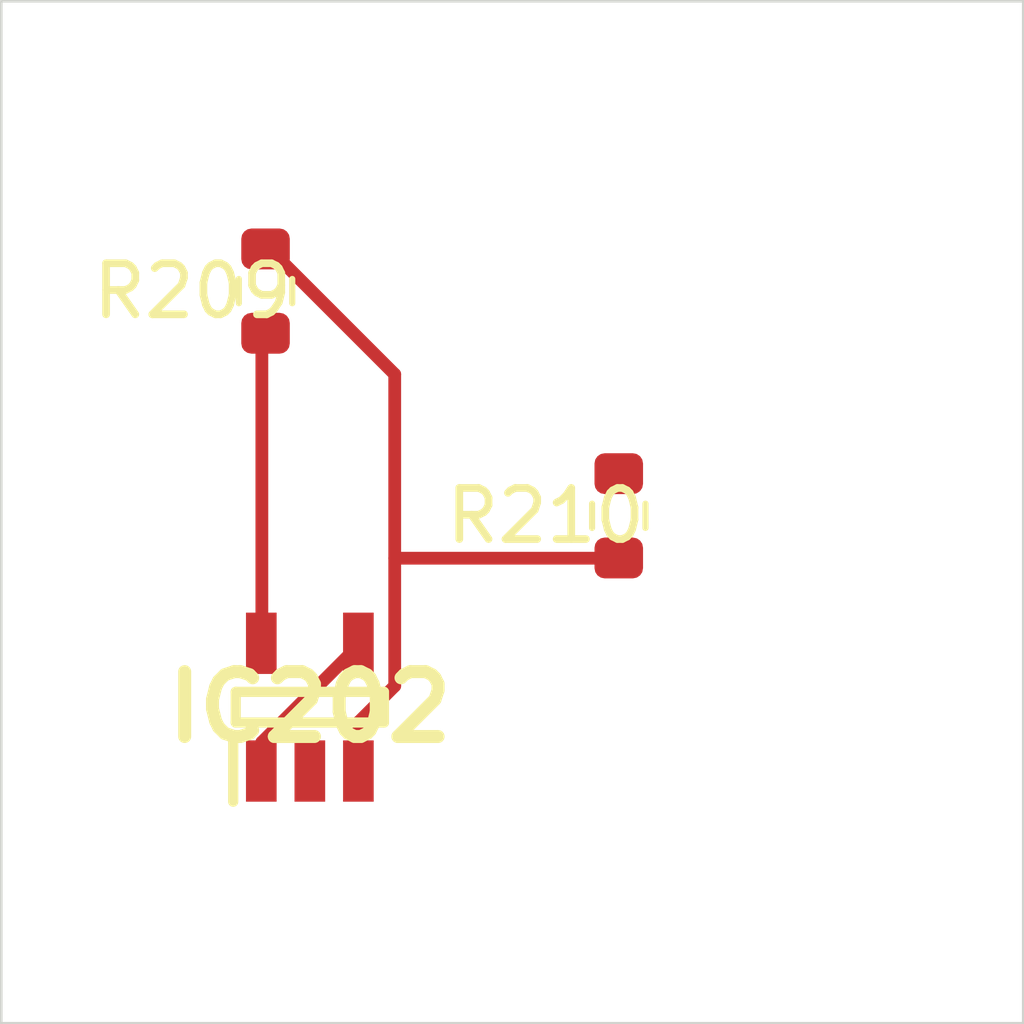
<source format=kicad_pcb>
 ( kicad_pcb  ( version 20171130 )
 ( host pcbnew 5.1.12-84ad8e8a86~92~ubuntu18.04.1 )
 ( general  ( thickness 1.6 )
 ( drawings 4 )
 ( tracks 0 )
 ( zones 0 )
 ( modules 3 )
 ( nets 5 )
)
 ( page A4 )
 ( layers  ( 0 F.Cu signal )
 ( 31 B.Cu signal )
 ( 32 B.Adhes user )
 ( 33 F.Adhes user )
 ( 34 B.Paste user )
 ( 35 F.Paste user )
 ( 36 B.SilkS user )
 ( 37 F.SilkS user )
 ( 38 B.Mask user )
 ( 39 F.Mask user )
 ( 40 Dwgs.User user )
 ( 41 Cmts.User user )
 ( 42 Eco1.User user )
 ( 43 Eco2.User user )
 ( 44 Edge.Cuts user )
 ( 45 Margin user )
 ( 46 B.CrtYd user )
 ( 47 F.CrtYd user )
 ( 48 B.Fab user )
 ( 49 F.Fab user )
)
 ( setup  ( last_trace_width 0.25 )
 ( trace_clearance 0.2 )
 ( zone_clearance 0.508 )
 ( zone_45_only no )
 ( trace_min 0.2 )
 ( via_size 0.8 )
 ( via_drill 0.4 )
 ( via_min_size 0.4 )
 ( via_min_drill 0.3 )
 ( uvia_size 0.3 )
 ( uvia_drill 0.1 )
 ( uvias_allowed no )
 ( uvia_min_size 0.2 )
 ( uvia_min_drill 0.1 )
 ( edge_width 0.05 )
 ( segment_width 0.2 )
 ( pcb_text_width 0.3 )
 ( pcb_text_size 1.5 1.5 )
 ( mod_edge_width 0.12 )
 ( mod_text_size 1 1 )
 ( mod_text_width 0.15 )
 ( pad_size 1.524 1.524 )
 ( pad_drill 0.762 )
 ( pad_to_mask_clearance 0 )
 ( aux_axis_origin 0 0 )
 ( visible_elements FFFFFF7F )
 ( pcbplotparams  ( layerselection 0x010fc_ffffffff )
 ( usegerberextensions false )
 ( usegerberattributes true )
 ( usegerberadvancedattributes true )
 ( creategerberjobfile true )
 ( excludeedgelayer true )
 ( linewidth 0.100000 )
 ( plotframeref false )
 ( viasonmask false )
 ( mode 1 )
 ( useauxorigin false )
 ( hpglpennumber 1 )
 ( hpglpenspeed 20 )
 ( hpglpendiameter 15.000000 )
 ( psnegative false )
 ( psa4output false )
 ( plotreference true )
 ( plotvalue true )
 ( plotinvisibletext false )
 ( padsonsilk false )
 ( subtractmaskfromsilk false )
 ( outputformat 1 )
 ( mirror false )
 ( drillshape 1 )
 ( scaleselection 1 )
 ( outputdirectory "" )
)
)
 ( net 0 "" )
 ( net 1 GND )
 ( net 2 VDDA )
 ( net 3 /Sheet6235D886/vp )
 ( net 4 "Net-(IC202-Pad3)" )
 ( net_class Default "This is the default net class."  ( clearance 0.2 )
 ( trace_width 0.25 )
 ( via_dia 0.8 )
 ( via_drill 0.4 )
 ( uvia_dia 0.3 )
 ( uvia_drill 0.1 )
 ( add_net /Sheet6235D886/vp )
 ( add_net GND )
 ( add_net "Net-(IC202-Pad3)" )
 ( add_net VDDA )
)
 ( module SOT95P280X145-5N locked  ( layer F.Cu )
 ( tedit 62336ED7 )
 ( tstamp 623423ED )
 ( at 86.038900 113.815000 90.000000 )
 ( descr DBV0005A )
 ( tags "Integrated Circuit" )
 ( path /6235D887/6266C08E )
 ( attr smd )
 ( fp_text reference IC202  ( at 0 0 )
 ( layer F.SilkS )
 ( effects  ( font  ( size 1.27 1.27 )
 ( thickness 0.254 )
)
)
)
 ( fp_text value TL071HIDBVR  ( at 0 0 )
 ( layer F.SilkS )
hide  ( effects  ( font  ( size 1.27 1.27 )
 ( thickness 0.254 )
)
)
)
 ( fp_line  ( start -1.85 -1.5 )
 ( end -0.65 -1.5 )
 ( layer F.SilkS )
 ( width 0.2 )
)
 ( fp_line  ( start -0.3 1.45 )
 ( end -0.3 -1.45 )
 ( layer F.SilkS )
 ( width 0.2 )
)
 ( fp_line  ( start 0.3 1.45 )
 ( end -0.3 1.45 )
 ( layer F.SilkS )
 ( width 0.2 )
)
 ( fp_line  ( start 0.3 -1.45 )
 ( end 0.3 1.45 )
 ( layer F.SilkS )
 ( width 0.2 )
)
 ( fp_line  ( start -0.3 -1.45 )
 ( end 0.3 -1.45 )
 ( layer F.SilkS )
 ( width 0.2 )
)
 ( fp_line  ( start -0.8 -0.5 )
 ( end 0.15 -1.45 )
 ( layer Dwgs.User )
 ( width 0.1 )
)
 ( fp_line  ( start -0.8 1.45 )
 ( end -0.8 -1.45 )
 ( layer Dwgs.User )
 ( width 0.1 )
)
 ( fp_line  ( start 0.8 1.45 )
 ( end -0.8 1.45 )
 ( layer Dwgs.User )
 ( width 0.1 )
)
 ( fp_line  ( start 0.8 -1.45 )
 ( end 0.8 1.45 )
 ( layer Dwgs.User )
 ( width 0.1 )
)
 ( fp_line  ( start -0.8 -1.45 )
 ( end 0.8 -1.45 )
 ( layer Dwgs.User )
 ( width 0.1 )
)
 ( fp_line  ( start -2.1 1.775 )
 ( end -2.1 -1.775 )
 ( layer Dwgs.User )
 ( width 0.05 )
)
 ( fp_line  ( start 2.1 1.775 )
 ( end -2.1 1.775 )
 ( layer Dwgs.User )
 ( width 0.05 )
)
 ( fp_line  ( start 2.1 -1.775 )
 ( end 2.1 1.775 )
 ( layer Dwgs.User )
 ( width 0.05 )
)
 ( fp_line  ( start -2.1 -1.775 )
 ( end 2.1 -1.775 )
 ( layer Dwgs.User )
 ( width 0.05 )
)
 ( pad 1 smd rect  ( at -1.25 -0.95 180.000000 )
 ( size 0.6 1.2 )
 ( layers F.Cu F.Mask F.Paste )
 ( net 3 /Sheet6235D886/vp )
)
 ( pad 2 smd rect  ( at -1.25 0 180.000000 )
 ( size 0.6 1.2 )
 ( layers F.Cu F.Mask F.Paste )
 ( net 1 GND )
)
 ( pad 3 smd rect  ( at -1.25 0.95 180.000000 )
 ( size 0.6 1.2 )
 ( layers F.Cu F.Mask F.Paste )
 ( net 4 "Net-(IC202-Pad3)" )
)
 ( pad 4 smd rect  ( at 1.25 0.95 180.000000 )
 ( size 0.6 1.2 )
 ( layers F.Cu F.Mask F.Paste )
 ( net 3 /Sheet6235D886/vp )
)
 ( pad 5 smd rect  ( at 1.25 -0.95 180.000000 )
 ( size 0.6 1.2 )
 ( layers F.Cu F.Mask F.Paste )
 ( net 2 VDDA )
)
)
 ( module Resistor_SMD:R_0603_1608Metric  ( layer F.Cu )
 ( tedit 5F68FEEE )
 ( tstamp 62342595 )
 ( at 85.171900 105.672000 90.000000 )
 ( descr "Resistor SMD 0603 (1608 Metric), square (rectangular) end terminal, IPC_7351 nominal, (Body size source: IPC-SM-782 page 72, https://www.pcb-3d.com/wordpress/wp-content/uploads/ipc-sm-782a_amendment_1_and_2.pdf), generated with kicad-footprint-generator" )
 ( tags resistor )
 ( path /6235D887/623CDBD9 )
 ( attr smd )
 ( fp_text reference R209  ( at 0 -1.43 )
 ( layer F.SilkS )
 ( effects  ( font  ( size 1 1 )
 ( thickness 0.15 )
)
)
)
 ( fp_text value 100k  ( at 0 1.43 )
 ( layer F.Fab )
 ( effects  ( font  ( size 1 1 )
 ( thickness 0.15 )
)
)
)
 ( fp_line  ( start -0.8 0.4125 )
 ( end -0.8 -0.4125 )
 ( layer F.Fab )
 ( width 0.1 )
)
 ( fp_line  ( start -0.8 -0.4125 )
 ( end 0.8 -0.4125 )
 ( layer F.Fab )
 ( width 0.1 )
)
 ( fp_line  ( start 0.8 -0.4125 )
 ( end 0.8 0.4125 )
 ( layer F.Fab )
 ( width 0.1 )
)
 ( fp_line  ( start 0.8 0.4125 )
 ( end -0.8 0.4125 )
 ( layer F.Fab )
 ( width 0.1 )
)
 ( fp_line  ( start -0.237258 -0.5225 )
 ( end 0.237258 -0.5225 )
 ( layer F.SilkS )
 ( width 0.12 )
)
 ( fp_line  ( start -0.237258 0.5225 )
 ( end 0.237258 0.5225 )
 ( layer F.SilkS )
 ( width 0.12 )
)
 ( fp_line  ( start -1.48 0.73 )
 ( end -1.48 -0.73 )
 ( layer F.CrtYd )
 ( width 0.05 )
)
 ( fp_line  ( start -1.48 -0.73 )
 ( end 1.48 -0.73 )
 ( layer F.CrtYd )
 ( width 0.05 )
)
 ( fp_line  ( start 1.48 -0.73 )
 ( end 1.48 0.73 )
 ( layer F.CrtYd )
 ( width 0.05 )
)
 ( fp_line  ( start 1.48 0.73 )
 ( end -1.48 0.73 )
 ( layer F.CrtYd )
 ( width 0.05 )
)
 ( fp_text user %R  ( at 0 0 )
 ( layer F.Fab )
 ( effects  ( font  ( size 0.4 0.4 )
 ( thickness 0.06 )
)
)
)
 ( pad 1 smd roundrect  ( at -0.825 0 90.000000 )
 ( size 0.8 0.95 )
 ( layers F.Cu F.Mask F.Paste )
 ( roundrect_rratio 0.25 )
 ( net 2 VDDA )
)
 ( pad 2 smd roundrect  ( at 0.825 0 90.000000 )
 ( size 0.8 0.95 )
 ( layers F.Cu F.Mask F.Paste )
 ( roundrect_rratio 0.25 )
 ( net 4 "Net-(IC202-Pad3)" )
)
 ( model ${KISYS3DMOD}/Resistor_SMD.3dshapes/R_0603_1608Metric.wrl  ( at  ( xyz 0 0 0 )
)
 ( scale  ( xyz 1 1 1 )
)
 ( rotate  ( xyz 0 0 0 )
)
)
)
 ( module Resistor_SMD:R_0603_1608Metric  ( layer F.Cu )
 ( tedit 5F68FEEE )
 ( tstamp 623425A6 )
 ( at 92.084900 110.070000 90.000000 )
 ( descr "Resistor SMD 0603 (1608 Metric), square (rectangular) end terminal, IPC_7351 nominal, (Body size source: IPC-SM-782 page 72, https://www.pcb-3d.com/wordpress/wp-content/uploads/ipc-sm-782a_amendment_1_and_2.pdf), generated with kicad-footprint-generator" )
 ( tags resistor )
 ( path /6235D887/623CDBDF )
 ( attr smd )
 ( fp_text reference R210  ( at 0 -1.43 )
 ( layer F.SilkS )
 ( effects  ( font  ( size 1 1 )
 ( thickness 0.15 )
)
)
)
 ( fp_text value 100k  ( at 0 1.43 )
 ( layer F.Fab )
 ( effects  ( font  ( size 1 1 )
 ( thickness 0.15 )
)
)
)
 ( fp_line  ( start 1.48 0.73 )
 ( end -1.48 0.73 )
 ( layer F.CrtYd )
 ( width 0.05 )
)
 ( fp_line  ( start 1.48 -0.73 )
 ( end 1.48 0.73 )
 ( layer F.CrtYd )
 ( width 0.05 )
)
 ( fp_line  ( start -1.48 -0.73 )
 ( end 1.48 -0.73 )
 ( layer F.CrtYd )
 ( width 0.05 )
)
 ( fp_line  ( start -1.48 0.73 )
 ( end -1.48 -0.73 )
 ( layer F.CrtYd )
 ( width 0.05 )
)
 ( fp_line  ( start -0.237258 0.5225 )
 ( end 0.237258 0.5225 )
 ( layer F.SilkS )
 ( width 0.12 )
)
 ( fp_line  ( start -0.237258 -0.5225 )
 ( end 0.237258 -0.5225 )
 ( layer F.SilkS )
 ( width 0.12 )
)
 ( fp_line  ( start 0.8 0.4125 )
 ( end -0.8 0.4125 )
 ( layer F.Fab )
 ( width 0.1 )
)
 ( fp_line  ( start 0.8 -0.4125 )
 ( end 0.8 0.4125 )
 ( layer F.Fab )
 ( width 0.1 )
)
 ( fp_line  ( start -0.8 -0.4125 )
 ( end 0.8 -0.4125 )
 ( layer F.Fab )
 ( width 0.1 )
)
 ( fp_line  ( start -0.8 0.4125 )
 ( end -0.8 -0.4125 )
 ( layer F.Fab )
 ( width 0.1 )
)
 ( fp_text user %R  ( at 0 0 )
 ( layer F.Fab )
 ( effects  ( font  ( size 0.4 0.4 )
 ( thickness 0.06 )
)
)
)
 ( pad 2 smd roundrect  ( at 0.825 0 90.000000 )
 ( size 0.8 0.95 )
 ( layers F.Cu F.Mask F.Paste )
 ( roundrect_rratio 0.25 )
 ( net 1 GND )
)
 ( pad 1 smd roundrect  ( at -0.825 0 90.000000 )
 ( size 0.8 0.95 )
 ( layers F.Cu F.Mask F.Paste )
 ( roundrect_rratio 0.25 )
 ( net 4 "Net-(IC202-Pad3)" )
)
 ( model ${KISYS3DMOD}/Resistor_SMD.3dshapes/R_0603_1608Metric.wrl  ( at  ( xyz 0 0 0 )
)
 ( scale  ( xyz 1 1 1 )
)
 ( rotate  ( xyz 0 0 0 )
)
)
)
 ( gr_line  ( start 100 100 )
 ( end 100 120 )
 ( layer Edge.Cuts )
 ( width 0.05 )
 ( tstamp 62E770C4 )
)
 ( gr_line  ( start 80 120 )
 ( end 100 120 )
 ( layer Edge.Cuts )
 ( width 0.05 )
 ( tstamp 62E770C0 )
)
 ( gr_line  ( start 80 100 )
 ( end 100 100 )
 ( layer Edge.Cuts )
 ( width 0.05 )
 ( tstamp 6234110C )
)
 ( gr_line  ( start 80 100 )
 ( end 80 120 )
 ( layer Edge.Cuts )
 ( width 0.05 )
)
 ( segment  ( start 85.200001 106.500002 )
 ( end 85.100001 106.600002 )
 ( width 0.250000 )
 ( layer F.Cu )
 ( net 2 )
)
 ( segment  ( start 85.100001 106.600002 )
 ( end 85.100001 112.600002 )
 ( width 0.250000 )
 ( layer F.Cu )
 ( net 2 )
)
 ( segment  ( start 87.000001 112.600002 )
 ( end 85.100001 114.500002 )
 ( width 0.250000 )
 ( layer F.Cu )
 ( net 3 )
)
 ( segment  ( start 85.100001 114.500002 )
 ( end 85.100001 115.100002 )
 ( width 0.250000 )
 ( layer F.Cu )
 ( net 3 )
)
 ( segment  ( start 85.200001 104.800002 )
 ( end 87.700001 107.300002 )
 ( width 0.250000 )
 ( layer F.Cu )
 ( net 4 )
)
 ( segment  ( start 87.700001 107.300002 )
 ( end 87.700001 113.400002 )
 ( width 0.250000 )
 ( layer F.Cu )
 ( net 4 )
)
 ( segment  ( start 87.700001 113.400002 )
 ( end 87.000001 114.100002 )
 ( width 0.250000 )
 ( layer F.Cu )
 ( net 4 )
)
 ( segment  ( start 87.000001 114.100002 )
 ( end 87.000001 115.100002 )
 ( width 0.250000 )
 ( layer F.Cu )
 ( net 4 )
)
 ( segment  ( start 92.100001 110.900002 )
 ( end 87.700001 110.900002 )
 ( width 0.250000 )
 ( layer F.Cu )
 ( net 4 )
)
)

</source>
